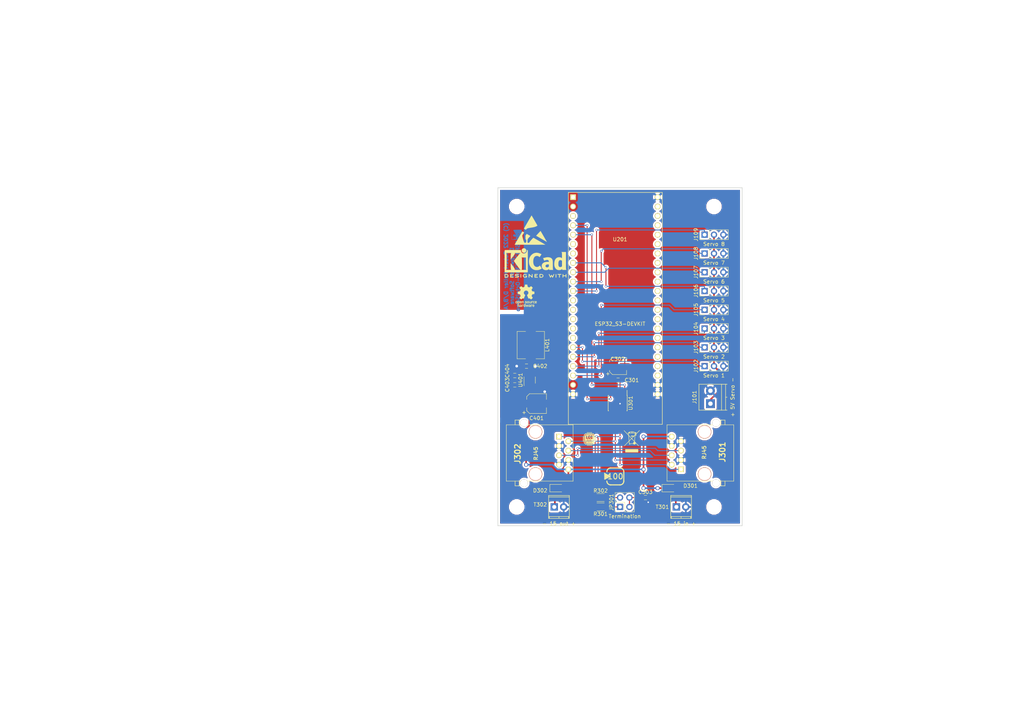
<source format=kicad_pcb>
(kicad_pcb (version 4) (host pcbnew 4.0.7+dfsg1-1ubuntu2)
  (layers (0 F.Cu signal) (31 B.Cu signal) (34 B.Paste user) (35 F.Paste user) (36 B.SilkS user) (37 F.SilkS user) (38 B.Mask user) (39 F.Mask user) (44 Edge.Cuts user))
  (net 0 "")
  (net 1 GND)
  (net 2 +3V3)
  (net 3 "Net-(C303-Pad1)")
  (net 4 "CAN +12V")
  (net 5 "Net-(D301-Pad2)")
  (net 6 "Net-(D302-Pad1)")
  (net 7 "/CAN Transciver/CANH")
  (net 8 "/CAN Transciver/CANL")
  (net 9 "Net-(J301-Pad4)")
  (net 10 "Net-(J301-Pad5)")
  (net 11 "Net-(JP301-Pad1)")
  (net 12 "Net-(JP301-Pad2)")
  (net 13 +5V)
  (net 14 "/CAN Transciver/CAN_TX")
  (net 15 "/CAN Transciver/CAN_RX")
  (net 16 "Net-(U301-Pad5)")
  (net 17 "Net-(U301-Pad8)")
  (net 18 "Net-(J101-Pad1)")
  (net 19 /MCU/Servo0)
  (net 20 /MCU/Servo1)
  (net 21 /MCU/Servo2)
  (net 22 /MCU/Servo3)
  (net 23 /MCU/Servo4)
  (net 24 /MCU/Servo5)
  (net 25 /MCU/Servo6)
  (net 26 /MCU/Servo7)
  (net 27 "Net-(C402-Pad2)")
  (net 28 "Net-(C402-Pad1)")
  (net 29 "Net-(U201-Pad3)")
  (net 30 "Net-(U201-Pad6)")
  (net 31 "Net-(U201-Pad7)")
  (net 32 "Net-(U201-Pad12)")
  (net 33 "Net-(U201-Pad13)")
  (net 34 "Net-(U201-Pad14)")
  (net 35 "Net-(U201-Pad15)")
  (net 36 "Net-(U201-Pad16)")
  (net 37 "Net-(U201-Pad25)")
  (net 38 "Net-(U201-Pad26)")
  (net 39 "Net-(U201-Pad27)")
  (net 40 "Net-(U201-Pad28)")
  (net 41 "Net-(U201-Pad29)")
  (net 42 "Net-(U201-Pad30)")
  (net 43 "Net-(U201-Pad31)")
  (net 44 "Net-(U201-Pad32)")
  (net 45 "Net-(U201-Pad33)")
  (net 46 "Net-(U201-Pad34)")
  (net 47 "Net-(U201-Pad35)")
  (net 48 "Net-(U201-Pad36)")
  (net 49 "Net-(U201-Pad37)")
  (net 50 "Net-(U201-Pad38)")
  (net 51 "Net-(U201-Pad39)")
  (net 52 "Net-(U201-Pad40)")
  (net 53 "Net-(U201-Pad41)")
  (net 54 "Net-(U201-Pad42)")
  (net 55 "Net-(U201-Pad43)")
  (module ESP32-Boards:ESP32-S3-Devkit-C (layer F.Cu) (at 177.8 86.36)
    (fp_text reference U201 (at 0 -11.43) (layer F.SilkS))
    (fp_text value ESP32_S3-DEVKIT (at 0 11.43) (layer F.SilkS))
    (pad 1 thru_hole rect (at -12.7 -22.86) (size 1.524 1.524) (drill 1.016) (layers *.Cu *.Mask F.SilkS) (net 2 +3V3))
    (pad 2 thru_hole circle (at -12.7 -20.32) (size 1.524 1.524) (drill 1.016) (layers *.Cu *.Mask F.SilkS) (net 2 +3V3))
    (pad 3 thru_hole circle (at -12.7 -17.78) (size 1.524 1.524) (drill 1.016) (layers *.Cu *.Mask F.SilkS) (net 29 "Net-(U201-Pad3)"))
    (pad 4 thru_hole circle (at -12.7 -15.24) (size 1.524 1.524) (drill 1.016) (layers *.Cu *.Mask F.SilkS) (net 15 "/CAN Transciver/CAN_RX"))
    (pad 5 thru_hole circle (at -12.7 -12.7) (size 1.524 1.524) (drill 1.016) (layers *.Cu *.Mask F.SilkS) (net 14 "/CAN Transciver/CAN_TX"))
    (pad 6 thru_hole circle (at -12.7 -10.16) (size 1.524 1.524) (drill 1.016) (layers *.Cu *.Mask F.SilkS) (net 30 "Net-(U201-Pad6)"))
    (pad 7 thru_hole circle (at -12.7 -7.62) (size 1.524 1.524) (drill 1.016) (layers *.Cu *.Mask F.SilkS) (net 31 "Net-(U201-Pad7)"))
    (pad 8 thru_hole circle (at -12.7 -5.08) (size 1.524 1.524) (drill 1.016) (layers *.Cu *.Mask F.SilkS) (net 23 /MCU/Servo4))
    (pad 9 thru_hole circle (at -12.7 -2.54) (size 1.524 1.524) (drill 1.016) (layers *.Cu *.Mask F.SilkS) (net 24 /MCU/Servo5))
    (pad 10 thru_hole circle (at -12.7 0) (size 1.524 1.524) (drill 1.016) (layers *.Cu *.Mask F.SilkS) (net 25 /MCU/Servo6))
    (pad 11 thru_hole circle (at -12.7 2.54) (size 1.524 1.524) (drill 1.016) (layers *.Cu *.Mask F.SilkS) (net 26 /MCU/Servo7))
    (pad 12 thru_hole circle (at -12.7 5.08) (size 1.524 1.524) (drill 1.016) (layers *.Cu *.Mask F.SilkS) (net 32 "Net-(U201-Pad12)"))
    (pad 13 thru_hole circle (at -12.7 7.62) (size 1.524 1.524) (drill 1.016) (layers *.Cu *.Mask F.SilkS) (net 33 "Net-(U201-Pad13)"))
    (pad 14 thru_hole circle (at -12.7 10.16) (size 1.524 1.524) (drill 1.016) (layers *.Cu *.Mask F.SilkS) (net 34 "Net-(U201-Pad14)"))
    (pad 15 thru_hole circle (at -12.7 12.7) (size 1.524 1.524) (drill 1.016) (layers *.Cu *.Mask F.SilkS) (net 35 "Net-(U201-Pad15)"))
    (pad 16 thru_hole circle (at -12.7 15.24) (size 1.524 1.524) (drill 1.016) (layers *.Cu *.Mask F.SilkS) (net 36 "Net-(U201-Pad16)"))
    (pad 17 thru_hole circle (at -12.7 17.78) (size 1.524 1.524) (drill 1.016) (layers *.Cu *.Mask F.SilkS) (net 19 /MCU/Servo0))
    (pad 18 thru_hole circle (at -12.7 20.32) (size 1.524 1.524) (drill 1.016) (layers *.Cu *.Mask F.SilkS) (net 20 /MCU/Servo1))
    (pad 19 thru_hole circle (at -12.7 22.86) (size 1.524 1.524) (drill 1.016) (layers *.Cu *.Mask F.SilkS) (net 21 /MCU/Servo2))
    (pad 20 thru_hole circle (at -12.7 25.4) (size 1.524 1.524) (drill 1.016) (layers *.Cu *.Mask F.SilkS) (net 22 /MCU/Servo3))
    (pad 21 thru_hole circle (at -12.7 27.94) (size 1.524 1.524) (drill 1.016) (layers *.Cu *.Mask F.SilkS) (net 13 +5V))
    (pad 22 thru_hole circle (at -12.7 30.48) (size 1.524 1.524) (drill 1.016) (layers *.Cu *.Mask F.SilkS) (net 1 GND))
    (pad 23 thru_hole circle (at 10.16 30.48) (size 1.524 1.524) (drill 1.016) (layers *.Cu *.Mask F.SilkS) (net 1 GND))
    (pad 24 thru_hole circle (at 10.16 27.94) (size 1.524 1.524) (drill 1.016) (layers *.Cu *.Mask F.SilkS) (net 1 GND))
    (pad 25 thru_hole circle (at 10.16 25.4) (size 1.524 1.524) (drill 1.016) (layers *.Cu *.Mask F.SilkS) (net 37 "Net-(U201-Pad25)"))
    (pad 26 thru_hole circle (at 10.16 22.86) (size 1.524 1.524) (drill 1.016) (layers *.Cu *.Mask F.SilkS) (net 38 "Net-(U201-Pad26)"))
    (pad 27 thru_hole circle (at 10.16 20.32) (size 1.524 1.524) (drill 1.016) (layers *.Cu *.Mask F.SilkS) (net 39 "Net-(U201-Pad27)"))
    (pad 28 thru_hole circle (at 10.16 17.78) (size 1.524 1.524) (drill 1.016) (layers *.Cu *.Mask F.SilkS) (net 40 "Net-(U201-Pad28)"))
    (pad 29 thru_hole circle (at 10.16 15.24) (size 1.524 1.524) (drill 1.016) (layers *.Cu *.Mask F.SilkS) (net 41 "Net-(U201-Pad29)"))
    (pad 30 thru_hole circle (at 10.16 12.7) (size 1.524 1.524) (drill 1.016) (layers *.Cu *.Mask F.SilkS) (net 42 "Net-(U201-Pad30)"))
    (pad 31 thru_hole circle (at 10.16 10.16) (size 1.524 1.524) (drill 1.016) (layers *.Cu *.Mask F.SilkS) (net 43 "Net-(U201-Pad31)"))
    (pad 32 thru_hole circle (at 10.16 7.62) (size 1.524 1.524) (drill 1.016) (layers *.Cu *.Mask F.SilkS) (net 44 "Net-(U201-Pad32)"))
    (pad 33 thru_hole circle (at 10.16 5.08) (size 1.524 1.524) (drill 1.016) (layers *.Cu *.Mask F.SilkS) (net 45 "Net-(U201-Pad33)"))
    (pad 34 thru_hole circle (at 10.16 2.54) (size 1.524 1.524) (drill 1.016) (layers *.Cu *.Mask F.SilkS) (net 46 "Net-(U201-Pad34)"))
    (pad 35 thru_hole circle (at 10.16 0) (size 1.524 1.524) (drill 1.016) (layers *.Cu *.Mask F.SilkS) (net 47 "Net-(U201-Pad35)"))
    (pad 36 thru_hole circle (at 10.16 -2.54) (size 1.524 1.524) (drill 1.016) (layers *.Cu *.Mask F.SilkS) (net 48 "Net-(U201-Pad36)"))
    (pad 37 thru_hole circle (at 10.16 -5.08) (size 1.524 1.524) (drill 1.016) (layers *.Cu *.Mask F.SilkS) (net 49 "Net-(U201-Pad37)"))
    (pad 38 thru_hole circle (at 10.16 -7.62) (size 1.524 1.524) (drill 1.016) (layers *.Cu *.Mask F.SilkS) (net 50 "Net-(U201-Pad38)"))
    (pad 39 thru_hole circle (at 10.16 -10.16) (size 1.524 1.524) (drill 1.016) (layers *.Cu *.Mask F.SilkS) (net 51 "Net-(U201-Pad39)"))
    (pad 40 thru_hole circle (at 10.16 -12.7) (size 1.524 1.524) (drill 1.016) (layers *.Cu *.Mask F.SilkS) (net 52 "Net-(U201-Pad40)"))
    (pad 41 thru_hole circle (at 10.16 -15.24) (size 1.524 1.524) (drill 1.016) (layers *.Cu *.Mask F.SilkS) (net 53 "Net-(U201-Pad41)"))
    (pad 42 thru_hole circle (at 10.16 -17.78) (size 1.524 1.524) (drill 1.016) (layers *.Cu *.Mask F.SilkS) (net 54 "Net-(U201-Pad42)"))
    (pad 43 thru_hole circle (at 10.16 -20.32) (size 1.524 1.524) (drill 1.016) (layers *.Cu *.Mask F.SilkS) (net 55 "Net-(U201-Pad43)"))
    (pad 44 thru_hole circle (at 10.16 -22.86) (size 1.524 1.524) (drill 1.016) (layers *.Cu *.Mask F.SilkS) (net 1 GND))
  )
  (module Inductors_SMD:L_7.3x7.3_H4.5 (layer F.Cu) (at 153.67 103.53 270)
    (fp_text reference L401 (at 0 -4.45 270) (layer F.SilkS))
    (fp_text value 4.7uH)
    (pad 1 smd rect (at -3.2 0 270) (size 1.5 2.2) (layers F.Cu F.Paste F.Mask) (net 13 +5V))
    (pad 2 smd rect (at 3.2 0 270) (size 1.5 2.2) (layers F.Cu F.Paste F.Mask) (net 27 "Net-(C402-Pad2)"))
  )
  (module Capacitors_SMD:C_0603 (layer F.Cu) (at 177.28 113.03)
    (fp_text reference C301 (at 3.695 0) (layer F.SilkS))
    (fp_text value ".1 uf")
    (pad 2 smd rect (at 0.75 0) (size 0.8 0.75) (layers F.Cu F.Paste F.Mask) (net 1 GND))
    (pad 1 smd rect (at -0.75 0) (size 0.8 0.75) (layers F.Cu F.Paste F.Mask) (net 2 +3V3))
  )
  (module Capacitors_SMD:CP_Elec_4x5.7 (layer F.Cu) (at 177.27 109.22)
    (fp_text reference C302 (at -0.105 -1.905) (layer F.SilkS))
    (fp_text value "15 uf 15V")
    (fp_text user + (at -2.77 2.01) (layer F.SilkS))
    (pad 1 smd rect (at -1.8 0 180) (size 2.6 1.6) (layers F.Cu F.Paste F.Mask) (net 2 +3V3))
    (pad 2 smd rect (at 1.8 0 180) (size 2.6 1.6) (layers F.Cu F.Paste F.Mask) (net 1 GND))
  )
  (module Capacitors_SMD:C_0603 (layer F.Cu) (at 184.67 144.78)
    (fp_text reference C303 (at 0 -1.5) (layer F.SilkS))
    (fp_text value "47 nf")
    (pad 2 smd rect (at 0.75 0) (size 0.8 0.75) (layers F.Cu F.Paste F.Mask) (net 1 GND))
    (pad 1 smd rect (at -0.75 0) (size 0.8 0.75) (layers F.Cu F.Paste F.Mask) (net 3 "Net-(C303-Pad1)"))
  )
  (module Diodes_SMD:D_PowerDI-123 (layer F.Cu) (at 191.35 142.24)
    (fp_text reference D301 (at 5.5 -0.635) (layer F.SilkS))
    (fp_text value DFLS240-7)
    (pad 1 smd rect (at -0.85 0 180) (size 2.4 1.5) (layers F.Cu F.Paste F.Mask) (net 4 "CAN +12V"))
    (pad 2 smd rect (at 1.525 0 180) (size 1.05 1.5) (layers F.Cu F.Paste F.Mask) (net 5 "Net-(D301-Pad2)"))
  )
  (module Diodes_SMD:D_PowerDI-123 (layer F.Cu) (at 161.035 142.24)
    (fp_text reference D302 (at -4.825 0.635) (layer F.SilkS))
    (fp_text value DFLS240-7)
    (pad 1 smd rect (at -0.85 0 180) (size 2.4 1.5) (layers F.Cu F.Paste F.Mask) (net 6 "Net-(D302-Pad1)"))
    (pad 2 smd rect (at 1.525 0 180) (size 1.05 1.5) (layers F.Cu F.Paste F.Mask) (net 4 "CAN +12V"))
  )
  (module RJ45-8N-S:RJ45_8N-S (layer F.Cu) (at 200.66 132.715 90)
    (fp_text reference J301 (at 0.254 4.826 90) (layer F.SilkS) (effects (font (thickness 0.3048))))
    (fp_text value RJ45 (at 0.14224 -0.1016 90) (layer F.SilkS) (effects (font (size 1.00076 1.00076) (thickness 0.2032))))
    (pad "" np_thru_hole circle (at 5.715 0 90) (size 3.64998 3.64998) (drill 3.2512) (layers *.Cu *.SilkS *.Mask))
    (pad "" np_thru_hole circle (at -5.715 0 90) (size 3.64998 3.64998) (drill 3.2512) (layers *.Cu *.SilkS *.Mask))
    (pad 1 thru_hole rect (at -4.445 -6.35 90) (size 1.50114 1.50114) (drill 0.89916) (layers *.Cu *.Mask F.SilkS) (net 7 "/CAN Transciver/CANH"))
    (pad 2 thru_hole circle (at -3.175 -8.89 90) (size 1.50114 1.50114) (drill 0.89916) (layers *.Cu *.Mask F.SilkS) (net 8 "/CAN Transciver/CANL"))
    (pad 3 thru_hole circle (at -1.905 -6.35 90) (size 1.50114 1.50114) (drill 0.89916) (layers *.Cu *.Mask F.SilkS) (net 1 GND))
    (pad 4 thru_hole circle (at -0.635 -8.89 90) (size 1.50114 1.50114) (drill 0.89916) (layers *.Cu *.Mask F.SilkS) (net 9 "Net-(J301-Pad4)"))
    (pad 5 thru_hole circle (at 0.635 -6.35 90) (size 1.50114 1.50114) (drill 0.89916) (layers *.Cu *.Mask F.SilkS) (net 10 "Net-(J301-Pad5)"))
    (pad 6 thru_hole circle (at 1.905 -8.89 90) (size 1.50114 1.50114) (drill 0.89916) (layers *.Cu *.Mask F.SilkS) (net 1 GND))
    (pad 7 thru_hole circle (at 3.175 -6.35 90) (size 1.50114 1.50114) (drill 0.89916) (layers *.Cu *.Mask F.SilkS) (net 1 GND))
    (pad 8 thru_hole circle (at 4.445 -8.89 90) (size 1.50114 1.50114) (drill 0.89916) (layers *.Cu *.Mask F.SilkS) (net 4 "CAN +12V"))
    (pad "" thru_hole circle (at -8.128 3.048 90) (size 1.9304 1.9304) (drill 1.9304) (layers *.Cu *.Mask F.SilkS))
    (pad "" thru_hole circle (at 8.128 3.048 90) (size 1.9304 1.9304) (drill 1.9304) (layers *.Cu *.Mask F.SilkS))
  )
  (module RJ45-8N-S:RJ45_8N-S (layer F.Cu) (at 154.94 132.715 270)
    (fp_text reference J302 (at 0.254 4.826 270) (layer F.SilkS) (effects (font (thickness 0.3048))))
    (fp_text value RJ45 (at 0.14224 -0.1016 270) (layer F.SilkS) (effects (font (size 1.00076 1.00076) (thickness 0.2032))))
    (pad "" np_thru_hole circle (at 5.715 0 270) (size 3.64998 3.64998) (drill 3.2512) (layers *.Cu *.SilkS *.Mask))
    (pad "" np_thru_hole circle (at -5.715 0 270) (size 3.64998 3.64998) (drill 3.2512) (layers *.Cu *.SilkS *.Mask))
    (pad 1 thru_hole rect (at -4.445 -6.35 270) (size 1.50114 1.50114) (drill 0.89916) (layers *.Cu *.Mask F.SilkS) (net 7 "/CAN Transciver/CANH"))
    (pad 2 thru_hole circle (at -3.175 -8.89 270) (size 1.50114 1.50114) (drill 0.89916) (layers *.Cu *.Mask F.SilkS) (net 8 "/CAN Transciver/CANL"))
    (pad 3 thru_hole circle (at -1.905 -6.35 270) (size 1.50114 1.50114) (drill 0.89916) (layers *.Cu *.Mask F.SilkS) (net 1 GND))
    (pad 4 thru_hole circle (at -0.635 -8.89 270) (size 1.50114 1.50114) (drill 0.89916) (layers *.Cu *.Mask F.SilkS) (net 9 "Net-(J301-Pad4)"))
    (pad 5 thru_hole circle (at 0.635 -6.35 270) (size 1.50114 1.50114) (drill 0.89916) (layers *.Cu *.Mask F.SilkS) (net 10 "Net-(J301-Pad5)"))
    (pad 6 thru_hole circle (at 1.905 -8.89 270) (size 1.50114 1.50114) (drill 0.89916) (layers *.Cu *.Mask F.SilkS) (net 1 GND))
    (pad 7 thru_hole circle (at 3.175 -6.35 270) (size 1.50114 1.50114) (drill 0.89916) (layers *.Cu *.Mask F.SilkS) (net 1 GND))
    (pad 8 thru_hole circle (at 4.445 -8.89 270) (size 1.50114 1.50114) (drill 0.89916) (layers *.Cu *.Mask F.SilkS) (net 4 "CAN +12V"))
    (pad "" thru_hole circle (at -8.128 3.048 270) (size 1.9304 1.9304) (drill 1.9304) (layers *.Cu *.Mask F.SilkS))
    (pad "" thru_hole circle (at 8.128 3.048 270) (size 1.9304 1.9304) (drill 1.9304) (layers *.Cu *.Mask F.SilkS))
  )
  (module Pin_Headers:Pin_Header_Straight_2x02_Pitch2.54mm (layer F.Cu) (at 177.8 147.32 90)
    (fp_text reference JP301 (at 1.27 -2.33 90) (layer F.SilkS))
    (fp_text value Termination (at -2.54 1.27 180) (layer F.SilkS))
    (pad 1 thru_hole rect (at 0 0 90) (size 1.7 1.7) (drill 1) (layers *.Cu *.Mask) (net 11 "Net-(JP301-Pad1)"))
    (pad 2 thru_hole oval (at 2.54 0 90) (size 1.7 1.7) (drill 1) (layers *.Cu *.Mask) (net 12 "Net-(JP301-Pad2)"))
    (pad 3 thru_hole oval (at 0 2.54 90) (size 1.7 1.7) (drill 1) (layers *.Cu *.Mask) (net 3 "Net-(C303-Pad1)"))
    (pad 4 thru_hole oval (at 2.54 2.54 90) (size 1.7 1.7) (drill 1) (layers *.Cu *.Mask) (net 3 "Net-(C303-Pad1)"))
  )
  (module Resistors_SMD:R_1206 (layer F.Cu) (at 172.54 147.32)
    (fp_text reference R301 (at 0 1.905) (layer F.SilkS))
    (fp_text value "60 Ohms")
    (pad 1 smd rect (at -1.45 0) (size 0.9 1.7) (layers F.Cu F.Paste F.Mask) (net 7 "/CAN Transciver/CANH"))
    (pad 2 smd rect (at 1.45 0) (size 0.9 1.7) (layers F.Cu F.Paste F.Mask) (net 11 "Net-(JP301-Pad1)"))
  )
  (module Resistors_SMD:R_1206 (layer F.Cu) (at 172.54 144.78)
    (fp_text reference R302 (at 0 -1.85) (layer F.SilkS))
    (fp_text value "60 Ohms")
    (pad 1 smd rect (at -1.45 0) (size 0.9 1.7) (layers F.Cu F.Paste F.Mask) (net 8 "/CAN Transciver/CANL"))
    (pad 2 smd rect (at 1.45 0) (size 0.9 1.7) (layers F.Cu F.Paste F.Mask) (net 12 "Net-(JP301-Pad2)"))
  )
  (module Connectors_Terminal_Blocks:TerminalBlock_Pheonix_MPT-2.54mm_2pol (layer F.Cu) (at 193.04 147.32)
    (fp_text reference T301 (at -3.81 0) (layer F.SilkS))
    (fp_text value "- 15 in +" (at 1.27 4.50088) (layer F.SilkS))
    (pad 2 thru_hole oval (at 2.54 0) (size 1.99898 1.99898) (drill 1.09728) (layers *.Cu *.Mask) (net 1 GND))
    (pad 1 thru_hole rect (at 0 0) (size 1.99898 1.99898) (drill 1.09728) (layers *.Cu *.Mask) (net 5 "Net-(D301-Pad2)"))
  )
  (module Connectors_Terminal_Blocks:TerminalBlock_Pheonix_MPT-2.54mm_2pol (layer F.Cu) (at 160.02 147.32)
    (fp_text reference T302 (at -3.81 -0.635) (layer F.SilkS))
    (fp_text value "- 15 out +" (at 1.27 4.50088) (layer F.SilkS))
    (pad 2 thru_hole oval (at 2.54 0) (size 1.99898 1.99898) (drill 1.09728) (layers *.Cu *.Mask) (net 1 GND))
    (pad 1 thru_hole rect (at 0 0) (size 1.99898 1.99898) (drill 1.09728) (layers *.Cu *.Mask) (net 6 "Net-(D302-Pad1)"))
  )
  (module Housings_SOIC:SOIC-8_3.9x4.9mm_Pitch1.27mm (layer F.Cu) (at 177.165 119.22 270)
    (fp_text reference U301 (at 0 -3.5 270) (layer F.SilkS))
    (fp_text value TCAN332DR)
    (pad 1 smd rect (at -2.7 -1.905 270) (size 1.55 0.6) (layers F.Cu F.Paste F.Mask) (net 14 "/CAN Transciver/CAN_TX"))
    (pad 2 smd rect (at -2.7 -0.635 270) (size 1.55 0.6) (layers F.Cu F.Paste F.Mask) (net 1 GND))
    (pad 3 smd rect (at -2.7 0.635 270) (size 1.55 0.6) (layers F.Cu F.Paste F.Mask) (net 2 +3V3))
    (pad 4 smd rect (at -2.7 1.905 270) (size 1.55 0.6) (layers F.Cu F.Paste F.Mask) (net 15 "/CAN Transciver/CAN_RX"))
    (pad 5 smd rect (at 2.7 1.905 270) (size 1.55 0.6) (layers F.Cu F.Paste F.Mask) (net 16 "Net-(U301-Pad5)"))
    (pad 6 smd rect (at 2.7 0.635 270) (size 1.55 0.6) (layers F.Cu F.Paste F.Mask) (net 8 "/CAN Transciver/CANL"))
    (pad 7 smd rect (at 2.7 -0.635 270) (size 1.55 0.6) (layers F.Cu F.Paste F.Mask) (net 7 "/CAN Transciver/CANH"))
    (pad 8 smd rect (at 2.7 -1.905 270) (size 1.55 0.6) (layers F.Cu F.Paste F.Mask) (net 17 "Net-(U301-Pad8)"))
  )
  (module Connectors_Terminal_Blocks:TerminalBlock_Pheonix_PT-3.5mm_2pol (layer F.Cu) (at 202.24 119.38 90)
    (fp_text reference J101 (at 1.75 -4.3 90) (layer F.SilkS))
    (fp_text value "+ 5V Servo -" (at 1.75 6 90) (layer F.SilkS))
    (pad 2 thru_hole circle (at 3.5 0 90) (size 2.4 2.4) (drill 1.2) (layers *.Cu *.Mask) (net 1 GND))
    (pad 1 thru_hole rect (at 0 0 90) (size 2.4 2.4) (drill 1.2) (layers *.Cu *.Mask) (net 18 "Net-(J101-Pad1)"))
  )
  (module Pin_Headers:Pin_Header_Straight_1x03_Pitch2.54mm (layer F.Cu) (at 200.66 109.22 90)
    (fp_text reference J102 (at 0 -2.33 90) (layer F.SilkS))
    (fp_text value "Servo 1" (at -2.54 2.54 180) (layer F.SilkS))
    (pad 1 thru_hole rect (at 0 0 90) (size 1.7 1.7) (drill 1) (layers *.Cu *.Mask) (net 19 /MCU/Servo0))
    (pad 2 thru_hole oval (at 0 2.54 90) (size 1.7 1.7) (drill 1) (layers *.Cu *.Mask) (net 18 "Net-(J101-Pad1)"))
    (pad 3 thru_hole oval (at 0 5.08 90) (size 1.7 1.7) (drill 1) (layers *.Cu *.Mask) (net 1 GND))
  )
  (module Pin_Headers:Pin_Header_Straight_1x03_Pitch2.54mm (layer F.Cu) (at 200.66 104.14 90)
    (fp_text reference J103 (at 0 -2.33 90) (layer F.SilkS))
    (fp_text value "Servo 2" (at -2.54 2.54 180) (layer F.SilkS))
    (pad 1 thru_hole rect (at 0 0 90) (size 1.7 1.7) (drill 1) (layers *.Cu *.Mask) (net 20 /MCU/Servo1))
    (pad 2 thru_hole oval (at 0 2.54 90) (size 1.7 1.7) (drill 1) (layers *.Cu *.Mask) (net 18 "Net-(J101-Pad1)"))
    (pad 3 thru_hole oval (at 0 5.08 90) (size 1.7 1.7) (drill 1) (layers *.Cu *.Mask) (net 1 GND))
  )
  (module Pin_Headers:Pin_Header_Straight_1x03_Pitch2.54mm (layer F.Cu) (at 200.66 99.06 90)
    (fp_text reference J104 (at 0 -2.33 90) (layer F.SilkS))
    (fp_text value "Servo 3" (at -2.54 2.54 180) (layer F.SilkS))
    (pad 1 thru_hole rect (at 0 0 90) (size 1.7 1.7) (drill 1) (layers *.Cu *.Mask) (net 21 /MCU/Servo2))
    (pad 2 thru_hole oval (at 0 2.54 90) (size 1.7 1.7) (drill 1) (layers *.Cu *.Mask) (net 18 "Net-(J101-Pad1)"))
    (pad 3 thru_hole oval (at 0 5.08 90) (size 1.7 1.7) (drill 1) (layers *.Cu *.Mask) (net 1 GND))
  )
  (module Pin_Headers:Pin_Header_Straight_1x03_Pitch2.54mm (layer F.Cu) (at 200.66 93.98 90)
    (fp_text reference J105 (at 0 -2.33 90) (layer F.SilkS))
    (fp_text value "Servo 4" (at -2.54 2.54 180) (layer F.SilkS))
    (pad 1 thru_hole rect (at 0 0 90) (size 1.7 1.7) (drill 1) (layers *.Cu *.Mask) (net 22 /MCU/Servo3))
    (pad 2 thru_hole oval (at 0 2.54 90) (size 1.7 1.7) (drill 1) (layers *.Cu *.Mask) (net 18 "Net-(J101-Pad1)"))
    (pad 3 thru_hole oval (at 0 5.08 90) (size 1.7 1.7) (drill 1) (layers *.Cu *.Mask) (net 1 GND))
  )
  (module Pin_Headers:Pin_Header_Straight_1x03_Pitch2.54mm (layer F.Cu) (at 200.66 88.9 90)
    (fp_text reference J106 (at 0 -2.33 90) (layer F.SilkS))
    (fp_text value "Servo 5" (at -2.54 2.54 180) (layer F.SilkS))
    (pad 1 thru_hole rect (at 0 0 90) (size 1.7 1.7) (drill 1) (layers *.Cu *.Mask) (net 23 /MCU/Servo4))
    (pad 2 thru_hole oval (at 0 2.54 90) (size 1.7 1.7) (drill 1) (layers *.Cu *.Mask) (net 18 "Net-(J101-Pad1)"))
    (pad 3 thru_hole oval (at 0 5.08 90) (size 1.7 1.7) (drill 1) (layers *.Cu *.Mask) (net 1 GND))
  )
  (module Pin_Headers:Pin_Header_Straight_1x03_Pitch2.54mm (layer F.Cu) (at 200.66 83.82 90)
    (fp_text reference J107 (at 0 -2.33 90) (layer F.SilkS))
    (fp_text value "Servo 6" (at -2.54 2.54 180) (layer F.SilkS))
    (pad 1 thru_hole rect (at 0 0 90) (size 1.7 1.7) (drill 1) (layers *.Cu *.Mask) (net 24 /MCU/Servo5))
    (pad 2 thru_hole oval (at 0 2.54 90) (size 1.7 1.7) (drill 1) (layers *.Cu *.Mask) (net 18 "Net-(J101-Pad1)"))
    (pad 3 thru_hole oval (at 0 5.08 90) (size 1.7 1.7) (drill 1) (layers *.Cu *.Mask) (net 1 GND))
  )
  (module Pin_Headers:Pin_Header_Straight_1x03_Pitch2.54mm (layer F.Cu) (at 200.66 78.74 90)
    (fp_text reference J108 (at 0 -2.33 90) (layer F.SilkS))
    (fp_text value "Servo 7" (at -2.54 2.54 180) (layer F.SilkS))
    (pad 1 thru_hole rect (at 0 0 90) (size 1.7 1.7) (drill 1) (layers *.Cu *.Mask) (net 25 /MCU/Servo6))
    (pad 2 thru_hole oval (at 0 2.54 90) (size 1.7 1.7) (drill 1) (layers *.Cu *.Mask) (net 18 "Net-(J101-Pad1)"))
    (pad 3 thru_hole oval (at 0 5.08 90) (size 1.7 1.7) (drill 1) (layers *.Cu *.Mask) (net 1 GND))
  )
  (module Pin_Headers:Pin_Header_Straight_1x03_Pitch2.54mm (layer F.Cu) (at 200.66 73.66 90)
    (fp_text reference J109 (at 0 -2.33 90) (layer F.SilkS))
    (fp_text value "Servo 8" (at -2.54 2.54 180) (layer F.SilkS))
    (pad 1 thru_hole rect (at 0 0 90) (size 1.7 1.7) (drill 1) (layers *.Cu *.Mask) (net 26 /MCU/Servo7))
    (pad 2 thru_hole oval (at 0 2.54 90) (size 1.7 1.7) (drill 1) (layers *.Cu *.Mask) (net 18 "Net-(J101-Pad1)"))
    (pad 3 thru_hole oval (at 0 5.08 90) (size 1.7 1.7) (drill 1) (layers *.Cu *.Mask) (net 1 GND))
  )
  (module Mounting_Holes:MountingHole_3.2mm_M3 (layer F.Cu) (at 203.2 66.04)
    (fp_text reference REF** hide)
    (fp_text value MountingHole_3.2mm_M3 hide)
    (pad 1 np_thru_hole circle (at 0 0) (size 3.2 3.2) (drill 3.2) (layers *.Cu *.Mask))
  )
  (module Mounting_Holes:MountingHole_3.2mm_M3 (layer F.Cu) (at 203.2 147.32)
    (fp_text reference REF** hide)
    (fp_text value MountingHole_3.2mm_M3 hide)
    (pad 1 np_thru_hole circle (at 0 0) (size 3.2 3.2) (drill 3.2) (layers *.Cu *.Mask))
  )
  (module Mounting_Holes:MountingHole_3.2mm_M3 (layer F.Cu) (at 149.86 147.32)
    (fp_text reference REF** hide)
    (fp_text value MountingHole_3.2mm_M3 hide)
    (pad 1 np_thru_hole circle (at 0 0) (size 3.2 3.2) (drill 3.2) (layers *.Cu *.Mask))
  )
  (module Mounting_Holes:MountingHole_3.2mm_M3 (layer F.Cu) (at 149.86 66.04)
    (fp_text reference REF** hide)
    (fp_text value MountingHole_3.2mm_M3 hide)
    (pad 1 np_thru_hole circle (at 0 0) (size 3.2 3.2) (drill 3.2) (layers *.Cu *.Mask))
  )
  (module DWSLogoBCU:DWSLogoBCU (layer F.Cu) (at 149.86 73.66 90)
    (fp_text reference "" (at 0 0 90) (layer F.SilkS))
    (fp_text value "" (at 0 0 90) (layer F.SilkS))
    (fp_poly (pts (xy 1.397 -1.31826) (xy 0.0635 -1.29286) (xy -1.27 -1.26492) (xy -1.27 -1.01854) (xy -1.2192 -0.79502) (xy -1.12268 -0.6858) (xy -1.04648 -0.61722) (xy -1.0795 -0.5969) (xy -1.16586 -0.52324) (xy -1.18618 -0.42418) (xy -1.15824 -0.28956) (xy -1.12268 -0.26416) (xy -0.9779 -0.26416) (xy -0.97028 -0.20828) (xy -1.016 -0.17018) (xy -1.06934 -0.11176) (xy -0.9779 -0.0889) (xy -0.889 -0.0889) (xy -0.72898 -0.09906) (xy -0.7239 -0.1397) (xy -0.762 -0.17018) (xy -0.83312 -0.23368) (xy -0.75184 -0.254) (xy -0.71882 -0.254) (xy -0.51054 -0.30226) (xy -0.42418 -0.34798) (xy -0.34544 -0.41402) (xy -0.41148 -0.40386) (xy -0.43688 -0.3937) (xy -0.58166 -0.41656) (xy -0.62738 -0.47752) (xy -0.6731 -0.62738) (xy -0.635 -0.67564) (xy -0.58928 -0.67818) (xy -0.54102 -0.62484) (xy -0.5588 -0.57912) (xy -0.56896 -0.5207) (xy -0.52832 -0.53848) (xy -0.47244 -0.65532) (xy -0.48006 -0.75184) (xy -0.4572 -0.90424) (xy -0.30988 -0.9779) (xy -0.09144 -0.95758) (xy 0.04572 -0.86614) (xy 0.0635 -0.77216) (xy 0.09652 -0.66802) (xy 0.15494 -0.65786) (xy 0.22352 -0.63246) (xy 0.21336 -0.59436) (xy 0.0889 -0.51562) (xy 0.0381 -0.508) (xy -0.07366 -0.46482) (xy -0.05588 -0.37338) (xy 0.04318 -0.30734) (xy 0.19304 -0.32512) (xy 0.3429 -0.42926) (xy 0.49276 -0.53594) (xy 0.5969 -0.54864) (xy 0.69088 -0.56896) (xy 0.72898 -0.62992) (xy 0.80772 -0.71882) (xy 0.85598 -0.71374) (xy 0.94488 -0.7366) (xy 0.98298 -0.8001) (xy 1.08966 -0.91694) (xy 1.22428 -0.90678) (xy 1.2954 -0.81788) (xy 1.31318 -0.69088) (xy 1.32842 -0.43434) (xy 1.34112 -0.08382) (xy 1.34874 0.32512) (xy 1.35636 1.35382) (xy 0.84582 1.35382) (xy 0.84582 -0.21082) (xy 0.80518 -0.254) (xy 0.762 -0.21082) (xy 0.80518 -0.17018) (xy 0.84582 -0.21082) (xy 0.84582 1.35382) (xy 0.508 1.35382) (xy 0.508 -0.127) (xy 0.508 -0.381) (xy 0.46482 -0.42418) (xy 0.42418 -0.381) (xy 0.46482 -0.33782) (xy 0.508 -0.381) (xy 0.508 -0.127) (xy 0.46482 -0.17018) (xy 0.42418 -0.127) (xy 0.46482 -0.08382) (xy 0.508 -0.127) (xy 0.508 1.35382) (xy 0.33782 1.35382) (xy 0.33782 0.46482) (xy 0.2921 0.35306) (xy 0.254 0.33782) (xy 0.1778 0.4064) (xy 0.17018 0.46482) (xy 0.21336 0.57912) (xy 0.254 0.59182) (xy 0.32766 0.52324) (xy 0.33782 0.46482) (xy 0.33782 1.35382) (xy 0.32258 1.35382) (xy 0.32258 1.06934) (xy 0.30988 1.04394) (xy 0.20828 1.03378) (xy 0.19812 1.04394) (xy 0.20828 1.09474) (xy 0.254 1.09982) (xy 0.32258 1.06934) (xy 0.32258 1.35382) (xy 0.14986 1.35382) (xy 0.14986 -0.12954) (xy 0.1397 -0.14224) (xy 0.09144 -0.12954) (xy 0.08382 -0.08382) (xy 0.1143 -0.01524) (xy 0.1397 -0.02794) (xy 0.14986 -0.12954) (xy 0.14986 1.35382) (xy 0.06858 1.35382) (xy 0.06858 0.30734) (xy 0.05588 0.28194) (xy -0.04572 0.27178) (xy -0.05588 0.28194) (xy -0.04572 0.33274) (xy 0 0.33782) (xy 0.06858 0.30734) (xy 0.06858 1.35382) (xy 0 1.35382) (xy 0 1.05918) (xy -0.04318 1.016) (xy -0.08382 1.05918) (xy -0.04318 1.09982) (xy 0 1.05918) (xy 0 1.35382) (xy -0.17018 1.35382) (xy -0.17018 -0.29718) (xy -0.21082 -0.33782) (xy -0.254 -0.29718) (xy -0.21082 -0.254) (xy -0.17018 -0.29718) (xy -0.17018 1.35382) (xy -0.18796 1.35382) (xy -0.18796 -0.04572) (xy -0.19812 -0.05588) (xy -0.24892 -0.04572) (xy -0.254 0) (xy -0.22352 0.06858) (xy -0.19812 0.05588) (xy -0.18796 -0.04572) (xy -0.18796 1.35382) (xy -0.37846 1.35382) (xy -0.37846 -0.1524) (xy -0.4699 -0.14478) (xy -0.53086 -0.09652) (xy -0.5842 -0.0254) (xy -0.50038 -0.04318) (xy -0.4826 -0.04826) (xy -0.381 -0.1143) (xy -0.37846 -0.1524) (xy -0.37846 1.35382) (xy -0.6985 1.35382) (xy -0.6985 0.4953) (xy -0.70612 0.44958) (xy -0.75946 0.38354) (xy -0.81534 0.23368) (xy -0.8001 0.16002) (xy -0.78486 0.09652) (xy -0.83312 0.11938) (xy -0.92456 0.24638) (xy -0.89916 0.39116) (xy -0.8255 0.45212) (xy -0.6985 0.4953) (xy -0.6985 1.35382) (xy -0.84582 1.35382) (xy -0.84582 0.59436) (xy -0.90932 0.54864) (xy -0.97282 0.56134) (xy -1.08458 0.6223) (xy -1.09982 0.64262) (xy -1.03124 0.6731) (xy -0.97282 0.67818) (xy -0.86106 0.63246) (xy -0.84582 0.59436) (xy -0.84582 1.35382) (xy -0.93218 1.35382) (xy -0.93218 1.05918) (xy -0.97282 1.016) (xy -1.016 1.05918) (xy -1.016 0.889) (xy -1.05918 0.84582) (xy -1.09982 0.889) (xy -1.05918 0.93218) (xy -1.016 0.889) (xy -1.016 1.05918) (xy -0.97282 1.09982) (xy -0.93218 1.05918) (xy -0.93218 1.35382) (xy -1.11506 1.35382) (xy -1.11506 0.22352) (xy -1.1303 0.19812) (xy -1.22936 0.18796) (xy -1.24206 0.19812) (xy -1.22936 0.24638) (xy -1.18618 0.254) (xy -1.11506 0.22352) (xy -1.11506 1.35382) (xy -1.12014 1.35382) (xy -1.12014 0.37846) (xy -1.1303 0.36576) (xy -1.17856 0.37846) (xy -1.18618 0.42418) (xy -1.1557 0.49276) (xy -1.1303 0.48006) (xy -1.12014 0.37846) (xy -1.12014 1.35382) (xy -1.35382 1.35382) (xy -1.35382 0) (xy -1.35382 -1.35382) (xy 0.02032 -1.33604) (xy 1.397 -1.31826) (xy 1.397 -1.31826)) (layer B.Cu) (width 0.00254))
  )
  (module LCC_LOGO:LCC_LOGO_4.5x4.5 (layer F.Cu) (at 169.545 128.905)
    (fp_text reference G*** hide)
    (fp_text value LCC hide)
  )
  (module Symbols:ESD-Logo_8.9x8mm_SilkScreen (layer F.Cu) (at 153.67 72.39)
    (fp_text reference REF*** hide)
    (fp_text value ESD-Logo_8.9x8mm_SilkScreen hide)
  )
  (module Symbols:KiCad-Logo2_8mm_SilkScreen (layer F.Cu) (at 154.94 81.28)
    (fp_text reference REF*** hide)
    (fp_text value KiCad-Logo2_8mm_SilkScreen hide)
  )
  (module Symbols:OSHW-Logo_5.7x6mm_SilkScreen (layer F.Cu) (at 152.4 90.17)
    (fp_text reference REF*** hide)
    (fp_text value OSHW-Logo_5.7x6mm_SilkScreen hide)
  )
  (module Symbols:WEEE-Logo_4.2x6mm_SilkScreen (layer F.Cu) (at 180.975 129.54)
    (fp_text reference REF*** hide)
    (fp_text value WEEE-Logo_4.2x6mm_SilkScreen hide)
  )
  (module PowerLabels:PowerLabel-100 (layer F.Cu) (at 176.53 139.065)
    (fp_text reference REF** hide)
    (fp_text value PowerLabel-100 hide)
    (fp_text user 100 (at 0 0) (layer F.SilkS) (effects (font (size 1.5 1.5) (thickness 0.225))))
  )
  (module Capacitors_SMD:CP_Elec_5x5.3 (layer F.Cu) (at 155.235 119.38)
    (fp_text reference C401 (at 0 3.92) (layer F.SilkS))
    (fp_text value 10uf)
    (fp_text user + (at -3.38 2.34) (layer F.SilkS))
    (pad 1 smd rect (at -2.2 0 180) (size 3 1.6) (layers F.Cu F.Paste F.Mask) (net 4 "CAN +12V"))
    (pad 2 smd rect (at 2.2 0 180) (size 3 1.6) (layers F.Cu F.Paste F.Mask) (net 1 GND))
  )
  (module Capacitors_SMD:C_0603 (layer F.Cu) (at 152.515 109.22)
    (fp_text reference C402 (at 3.695 0) (layer F.SilkS))
    (fp_text value 100nf)
    (pad 2 smd rect (at 0.75 0) (size 0.8 0.75) (layers F.Cu F.Paste F.Mask) (net 27 "Net-(C402-Pad2)"))
    (pad 1 smd rect (at -0.75 0) (size 0.8 0.75) (layers F.Cu F.Paste F.Mask) (net 28 "Net-(C402-Pad1)"))
  )
  (module Capacitors_SMD:C_0603 (layer F.Cu) (at 149.34 114.3)
    (fp_text reference C403 (at -2.02 0 90) (layer F.SilkS))
    (fp_text value 22uf)
    (pad 2 smd rect (at 0.75 0) (size 0.8 0.75) (layers F.Cu F.Paste F.Mask) (net 1 GND))
    (pad 1 smd rect (at -0.75 0) (size 0.8 0.75) (layers F.Cu F.Paste F.Mask) (net 13 +5V))
  )
  (module Capacitors_SMD:C_0603 (layer F.Cu) (at 149.34 111.76)
    (fp_text reference C404 (at -2.02 -1.27 90) (layer F.SilkS))
    (fp_text value 22uf)
    (pad 2 smd rect (at 0.75 0) (size 0.8 0.75) (layers F.Cu F.Paste F.Mask) (net 1 GND))
    (pad 1 smd rect (at -0.75 0) (size 0.8 0.75) (layers F.Cu F.Paste F.Mask) (net 13 +5V))
  )
  (module TO_SOT_Packages_SMD:TSOT-23-6_MK06A (layer F.Cu) (at 153.35 112.99 90)
    (fp_text reference U401 (at 0 -2.45 90) (layer F.SilkS))
    (fp_text value AP63205)
    (pad 1 smd rect (at -1.31 -0.95 90) (size 1.22 0.65) (layers F.Cu F.Paste F.Mask) (net 13 +5V))
    (pad 2 smd rect (at -1.31 0 90) (size 1.22 0.65) (layers F.Cu F.Paste F.Mask) (net 4 "CAN +12V"))
    (pad 3 smd rect (at -1.31 0.95 90) (size 1.22 0.65) (layers F.Cu F.Paste F.Mask) (net 4 "CAN +12V"))
    (pad 4 smd rect (at 1.31 0.95 90) (size 1.22 0.65) (layers F.Cu F.Paste F.Mask) (net 1 GND))
    (pad 5 smd rect (at 1.31 0 90) (size 1.22 0.65) (layers F.Cu F.Paste F.Mask) (net 27 "Net-(C402-Pad2)"))
    (pad 6 smd rect (at 1.31 -0.95 90) (size 1.22 0.65) (layers F.Cu F.Paste F.Mask) (net 28 "Net-(C402-Pad1)"))
  )
  (gr_text "(C) 2022 Robert Heller D/B/A \n      Deepwoods Software\n      ESP32-S3DK-OctalServo" (at 148.59 82.55 90) (layer B.Cu) (effects (font (size 1 1) (thickness 0.25)) (justify mirror)))
  (gr_line (start 144.78 152.4) (end 210.82 152.4) (layer Edge.Cuts) (width 0.15))
  (gr_line (start 144.78 60.96) (end 144.78 152.4) (layer Edge.Cuts) (width 0.15))
  (gr_line (start 144.78 60.96) (end 210.82 60.96) (layer Edge.Cuts) (width 0.15))
  (gr_line (start 210.82 60.96) (end 210.82 152.4) (layer Edge.Cuts) (width 0.15))
  (segment (start 177.8 116.52) (end 177.8 119.38) (width 0.25) (layer F.Cu) (net 1))
  (via (at 177.8 119.38) (size 0.6) (drill 0.4) (layers F.Cu B.Cu) (net 1))
  (via (at 157.435 116.1357) (size 1.08) (drill 0.72) (layers F.Cu B.Cu) (net 1))
  (segment (start 154.3 111.68) (end 154.3 109.86) (width 0.45) (layer F.Cu) (net 1))
  (segment (start 154.3 109.86) (end 154.94 109.22) (width 0.45) (layer F.Cu) (net 1))
  (via (at 154.94 109.22) (size 1.08) (drill 0.72) (layers F.Cu B.Cu) (net 1))
  (segment (start 150.09 111.76) (end 150.09 109.45) (width 0.45) (layer F.Cu) (net 1))
  (segment (start 150.09 109.45) (end 149.86 109.22) (width 0.45) (layer F.Cu) (net 1))
  (via (at 149.86 109.22) (size 1.08) (drill 0.72) (layers F.Cu B.Cu) (net 1))
  (segment (start 157.435 119.38) (end 157.435 116.1357) (width 0.45) (layer F.Cu) (net 1))
  (segment (start 179.07 109.22) (end 179.07 106.934) (width 0.25) (layer F.Cu) (net 1))
  (via (at 179.07 106.934) (size 0.6) (drill 0.4) (layers F.Cu B.Cu) (net 1))
  (segment (start 178.03 113.03) (end 178.03 110.26) (width 0.25) (layer F.Cu) (net 1))
  (segment (start 178.03 110.26) (end 179.07 109.22) (width 0.25) (layer F.Cu) (net 1))
  (segment (start 177.8 116.52) (end 177.8 113.26) (width 0.25) (layer F.Cu) (net 1))
  (segment (start 177.8 113.26) (end 178.03 113.03) (width 0.25) (layer F.Cu) (net 1))
  (segment (start 185.42 144.78) (end 185.42 146.05) (width 0.25) (layer F.Cu) (net 1))
  (via (at 185.42 146.05) (size 0.6) (drill 0.4) (layers F.Cu B.Cu) (net 1))
  (segment (start 150.09 114.3) (end 150.09 111.76) (width 0.45) (layer F.Cu) (net 1))
  (segment (start 183.92 144.78) (end 180.34 144.78) (width 0.25) (layer F.Cu) (net 3))
  (segment (start 180.34 144.78) (end 180.34 147.32) (width 0.25) (layer F.Cu) (net 3))
  (segment (start 153.35 117.815) (end 153.35 115.57) (width 0.45) (layer F.Cu) (net 4))
  (segment (start 153.35 115.57) (end 153.35 115.36) (width 0.45) (layer F.Cu) (net 4))
  (segment (start 154.3 114.3) (end 154.3 115.36) (width 0.45) (layer F.Cu) (net 4))
  (segment (start 154.3 115.36) (end 154.09 115.57) (width 0.45) (layer F.Cu) (net 4))
  (segment (start 154.09 115.57) (end 153.35 115.57) (width 0.45) (layer F.Cu) (net 4))
  (segment (start 153.035 119.38) (end 153.035 118.13) (width 0.45) (layer F.Cu) (net 4))
  (segment (start 153.035 118.13) (end 153.35 117.815) (width 0.45) (layer F.Cu) (net 4))
  (segment (start 153.35 115.36) (end 153.35 114.3) (width 0.45) (layer F.Cu) (net 4))
  (segment (start 152.4 126.136498) (end 153.282201 125.254297) (width 0.45) (layer F.Cu) (net 4))
  (segment (start 153.282201 125.254297) (end 153.282201 120.877201) (width 0.45) (layer F.Cu) (net 4))
  (segment (start 153.282201 120.877201) (end 153.035 120.63) (width 0.45) (layer F.Cu) (net 4))
  (segment (start 153.035 120.63) (end 153.035 119.38) (width 0.45) (layer F.Cu) (net 4))
  (segment (start 152.4 135.89) (end 159.550154 135.89) (width 0.45) (layer B.Cu) (net 4))
  (segment (start 159.550154 135.89) (end 160.820154 137.16) (width 0.45) (layer B.Cu) (net 4))
  (segment (start 160.820154 137.16) (end 162.768534 137.16) (width 0.45) (layer B.Cu) (net 4))
  (segment (start 162.768534 137.16) (end 163.83 137.16) (width 0.45) (layer B.Cu) (net 4))
  (via (at 152.4 135.89) (size 1.08) (drill 0.72) (layers F.Cu B.Cu) (net 4))
  (segment (start 152.4 126.136498) (end 152.4 135.89) (width 0.45) (layer F.Cu) (net 4))
  (segment (start 163.83 137.16) (end 163.83 141.945) (width 0.45) (layer F.Cu) (net 4))
  (segment (start 163.83 141.945) (end 163.535 142.24) (width 0.45) (layer F.Cu) (net 4))
  (segment (start 163.535 142.24) (end 162.56 142.24) (width 0.45) (layer F.Cu) (net 4))
  (segment (start 184.15 128.27) (end 184.15 137.16) (width 0.45) (layer F.Cu) (net 4))
  (segment (start 191.77 128.27) (end 184.15 128.27) (width 0.45) (layer B.Cu) (net 4))
  (via (at 184.15 128.27) (size 1.08) (drill 0.72) (layers F.Cu B.Cu) (net 4))
  (segment (start 184.15 137.16) (end 184.15 142.24) (width 0.45) (layer F.Cu) (net 4))
  (segment (start 163.83 137.16) (end 184.15 137.16) (width 0.45) (layer B.Cu) (net 4))
  (via (at 184.15 137.16) (size 1.08) (drill 0.72) (layers F.Cu B.Cu) (net 4))
  (segment (start 184.15 142.24) (end 187.96 142.24) (width 0.45) (layer B.Cu) (net 4))
  (via (at 184.15 142.24) (size 1.08) (drill 0.72) (layers F.Cu B.Cu) (net 4))
  (segment (start 187.96 142.24) (end 190.5 142.24) (width 0.45) (layer F.Cu) (net 4))
  (via (at 187.96 142.24) (size 1.08) (drill 0.72) (layers F.Cu B.Cu) (net 4))
  (segment (start 192.875 142.24) (end 192.875 147.155) (width 0.45) (layer F.Cu) (net 5))
  (segment (start 192.875 147.155) (end 193.04 147.32) (width 0.45) (layer F.Cu) (net 5))
  (segment (start 160.185 142.24) (end 160.185 147.155) (width 0.45) (layer F.Cu) (net 6))
  (segment (start 160.185 147.155) (end 160.02 147.32) (width 0.45) (layer F.Cu) (net 6))
  (segment (start 161.29 128.27) (end 171.45 128.27) (width 0.25) (layer B.Cu) (net 7))
  (segment (start 171.45 128.27) (end 177.8 128.27) (width 0.25) (layer B.Cu) (net 7))
  (segment (start 171.09 147.32) (end 171.09 146.92) (width 0.25) (layer F.Cu) (net 7))
  (segment (start 171.09 146.92) (end 171.865001 146.144999) (width 0.25) (layer F.Cu) (net 7))
  (segment (start 171.865001 146.144999) (end 171.865001 128.685001) (width 0.25) (layer F.Cu) (net 7))
  (via (at 171.45 128.27) (size 0.6) (drill 0.4) (layers F.Cu B.Cu) (net 7))
  (segment (start 171.865001 128.685001) (end 171.45 128.27) (width 0.25) (layer F.Cu) (net 7))
  (segment (start 177.8 135.89) (end 190.178154 135.89) (width 0.25) (layer B.Cu) (net 7))
  (segment (start 190.178154 135.89) (end 191.448154 137.16) (width 0.25) (layer B.Cu) (net 7))
  (segment (start 191.448154 137.16) (end 193.30943 137.16) (width 0.25) (layer B.Cu) (net 7))
  (segment (start 193.30943 137.16) (end 194.31 137.16) (width 0.25) (layer B.Cu) (net 7))
  (segment (start 177.8 128.27) (end 177.8 135.89) (width 0.25) (layer F.Cu) (net 7))
  (via (at 177.8 135.89) (size 0.6) (drill 0.4) (layers F.Cu B.Cu) (net 7))
  (segment (start 177.8 128.27) (end 177.8 121.92) (width 0.25) (layer F.Cu) (net 7))
  (via (at 177.8 128.27) (size 0.6) (drill 0.4) (layers F.Cu B.Cu) (net 7))
  (segment (start 176.53 134.62) (end 176.53 129.54) (width 0.25) (layer F.Cu) (net 8))
  (segment (start 176.53 129.54) (end 176.53 121.92) (width 0.25) (layer F.Cu) (net 8))
  (segment (start 170.942004 129.54) (end 176.53 129.54) (width 0.25) (layer B.Cu) (net 8))
  (via (at 176.53 129.54) (size 0.6) (drill 0.4) (layers F.Cu B.Cu) (net 8))
  (segment (start 163.83 129.54) (end 170.942004 129.54) (width 0.25) (layer B.Cu) (net 8))
  (segment (start 171.09 129.687996) (end 170.942004 129.54) (width 0.25) (layer F.Cu) (net 8))
  (segment (start 171.09 144.78) (end 171.09 129.687996) (width 0.25) (layer F.Cu) (net 8))
  (via (at 170.942004 129.54) (size 0.6) (drill 0.4) (layers F.Cu B.Cu) (net 8))
  (segment (start 191.77 135.89) (end 190.5 134.62) (width 0.25) (layer B.Cu) (net 8))
  (segment (start 190.5 134.62) (end 189.544564 134.62) (width 0.25) (layer B.Cu) (net 8))
  (segment (start 189.544564 134.62) (end 176.53 134.62) (width 0.25) (layer B.Cu) (net 8))
  (via (at 176.53 134.62) (size 0.6) (drill 0.4) (layers F.Cu B.Cu) (net 8))
  (segment (start 191.77 133.35) (end 187.198 133.35) (width 0.25) (layer B.Cu) (net 9))
  (segment (start 187.198 133.35) (end 185.928 132.08) (width 0.25) (layer B.Cu) (net 9))
  (segment (start 185.928 132.08) (end 163.83 132.08) (width 0.25) (layer B.Cu) (net 9))
  (segment (start 194.31 132.08) (end 187.96 132.08) (width 0.25) (layer B.Cu) (net 10))
  (segment (start 187.96 132.08) (end 187.33499 131.45499) (width 0.25) (layer B.Cu) (net 10))
  (segment (start 187.33499 131.45499) (end 166.794264 131.45499) (width 0.25) (layer B.Cu) (net 10))
  (segment (start 166.794264 131.45499) (end 166.37 131.45499) (width 0.25) (layer B.Cu) (net 10))
  (segment (start 161.29 133.35) (end 166.37 133.35) (width 0.25) (layer B.Cu) (net 10))
  (via (at 166.37 133.35) (size 0.6) (drill 0.4) (layers F.Cu B.Cu) (net 10))
  (segment (start 166.37 131.45499) (end 166.37 133.35) (width 0.25) (layer F.Cu) (net 10))
  (via (at 166.37 131.45499) (size 0.6) (drill 0.4) (layers F.Cu B.Cu) (net 10))
  (segment (start 173.99 147.32) (end 177.8 147.32) (width 0.25) (layer F.Cu) (net 11))
  (segment (start 173.99 144.78) (end 177.8 144.78) (width 0.25) (layer F.Cu) (net 12))
  (segment (start 152.4 114.3) (end 151.625 114.3) (width 0.45) (layer F.Cu) (net 13))
  (segment (start 153.32 100.33) (end 153.67 100.33) (width 0.45) (layer F.Cu) (net 13))
  (segment (start 170.18 73.66) (end 165.1 73.66) (width 0.25) (layer B.Cu) (net 14))
  (segment (start 170.18 114.3) (end 170.18 73.66) (width 0.25) (layer F.Cu) (net 14))
  (via (at 170.18 73.66) (size 0.6) (drill 0.4) (layers F.Cu B.Cu) (net 14))
  (segment (start 179.07 114.3) (end 179.07 116.52) (width 0.25) (layer F.Cu) (net 14))
  (segment (start 170.18 114.3) (end 179.07 114.3) (width 0.25) (layer B.Cu) (net 14))
  (via (at 179.07 114.3) (size 0.6) (drill 0.4) (layers F.Cu B.Cu) (net 14))
  (via (at 170.18 114.3) (size 0.6) (drill 0.4) (layers F.Cu B.Cu) (net 14))
  (segment (start 179.07 116.52) (end 179.07 115.495) (width 0.25) (layer F.Cu) (net 14))
  (segment (start 168.91 71.12) (end 165.1 71.12) (width 0.25) (layer B.Cu) (net 15))
  (segment (start 168.91 118.11) (end 168.91 71.12) (width 0.25) (layer F.Cu) (net 15))
  (via (at 168.91 71.12) (size 0.6) (drill 0.4) (layers F.Cu B.Cu) (net 15))
  (segment (start 175.26 118.11) (end 168.91 118.11) (width 0.25) (layer B.Cu) (net 15))
  (via (at 168.91 118.11) (size 0.6) (drill 0.4) (layers F.Cu B.Cu) (net 15))
  (segment (start 175.26 116.52) (end 175.26 118.11) (width 0.25) (layer F.Cu) (net 15))
  (via (at 175.26 118.11) (size 0.6) (drill 0.4) (layers F.Cu B.Cu) (net 15))
  (segment (start 203.2 78.74) (end 203.2 73.66) (width 0.45) (layer F.Cu) (net 18))
  (segment (start 203.2 83.82) (end 203.2 78.74) (width 0.45) (layer F.Cu) (net 18))
  (segment (start 203.2 82.55) (end 203.2 83.82) (width 0.45) (layer F.Cu) (net 18))
  (segment (start 203.2 88.9) (end 203.2 82.55) (width 0.45) (layer F.Cu) (net 18))
  (segment (start 203.2 93.98) (end 203.2 88.9) (width 0.45) (layer F.Cu) (net 18))
  (segment (start 203.2 99.06) (end 203.2 93.98) (width 0.45) (layer F.Cu) (net 18))
  (segment (start 203.2 104.14) (end 203.2 99.06) (width 0.45) (layer F.Cu) (net 18))
  (segment (start 203.2 109.22) (end 203.2 104.14) (width 0.45) (layer F.Cu) (net 18))
  (segment (start 202.24 119.38) (end 202.24 118.285002) (width 0.45) (layer F.Cu) (net 18))
  (segment (start 202.24 118.285002) (end 204.47 116.055002) (width 0.45) (layer F.Cu) (net 18))
  (segment (start 204.47 116.055002) (end 204.47 110.49) (width 0.45) (layer F.Cu) (net 18))
  (segment (start 204.47 110.49) (end 204.049999 110.069999) (width 0.45) (layer F.Cu) (net 18))
  (segment (start 204.049999 110.069999) (end 203.2 109.22) (width 0.45) (layer F.Cu) (net 18))
  (segment (start 167.64 104.14) (end 165.1 104.14) (width 0.25) (layer B.Cu) (net 19))
  (segment (start 167.64 107.95) (end 167.64 104.14) (width 0.25) (layer F.Cu) (net 19))
  (via (at 167.64 104.14) (size 0.6) (drill 0.4) (layers F.Cu B.Cu) (net 19))
  (segment (start 199.56 109.22) (end 198.29 107.95) (width 0.25) (layer B.Cu) (net 19))
  (segment (start 198.29 107.95) (end 190.838762 107.95) (width 0.25) (layer B.Cu) (net 19))
  (segment (start 190.838762 107.95) (end 167.64 107.95) (width 0.25) (layer B.Cu) (net 19))
  (via (at 167.64 107.95) (size 0.6) (drill 0.4) (layers F.Cu B.Cu) (net 19))
  (segment (start 200.66 109.22) (end 199.56 109.22) (width 0.25) (layer B.Cu) (net 19))
  (segment (start 170.815 103.294264) (end 170.815 106.68) (width 0.25) (layer F.Cu) (net 20))
  (segment (start 170.815 102.87) (end 170.815 103.294264) (width 0.25) (layer F.Cu) (net 20))
  (segment (start 166.17763 106.68) (end 170.815 106.68) (width 0.25) (layer B.Cu) (net 20))
  (segment (start 165.1 106.68) (end 166.17763 106.68) (width 0.25) (layer B.Cu) (net 20))
  (via (at 170.815 106.68) (size 0.6) (drill 0.4) (layers F.Cu B.Cu) (net 20))
  (segment (start 199.56 104.14) (end 198.29 102.87) (width 0.25) (layer B.Cu) (net 20))
  (segment (start 200.66 104.14) (end 199.56 104.14) (width 0.25) (layer B.Cu) (net 20))
  (segment (start 198.29 102.87) (end 171.239264 102.87) (width 0.25) (layer B.Cu) (net 20))
  (segment (start 170.815 103.505) (end 170.815 102.87) (width 0.25) (layer F.Cu) (net 20))
  (segment (start 171.239264 102.87) (end 170.815 102.87) (width 0.25) (layer B.Cu) (net 20))
  (via (at 170.815 102.87) (size 0.6) (drill 0.4) (layers F.Cu B.Cu) (net 20))
  (segment (start 172.085 109.22) (end 165.1 109.22) (width 0.25) (layer B.Cu) (net 21))
  (segment (start 172.085 100.33) (end 172.085 109.22) (width 0.25) (layer F.Cu) (net 21))
  (via (at 172.085 109.22) (size 0.6) (drill 0.4) (layers F.Cu B.Cu) (net 21))
  (segment (start 200.66 99.06) (end 200.66 100.16) (width 0.25) (layer B.Cu) (net 21))
  (segment (start 200.66 100.16) (end 200.49 100.33) (width 0.25) (layer B.Cu) (net 21))
  (segment (start 200.49 100.33) (end 172.085 100.33) (width 0.25) (layer B.Cu) (net 21))
  (via (at 172.085 100.33) (size 0.6) (drill 0.4) (layers F.Cu B.Cu) (net 21))
  (segment (start 191.135 92.71) (end 172.72 92.71) (width 0.25) (layer B.Cu) (net 22))
  (segment (start 172.72 111.76) (end 172.72 92.71) (width 0.25) (layer F.Cu) (net 22))
  (via (at 172.72 92.71) (size 0.6) (drill 0.4) (layers F.Cu B.Cu) (net 22))
  (via (at 172.72 111.76) (size 0.6) (drill 0.4) (layers F.Cu B.Cu) (net 22))
  (segment (start 165.1 111.76) (end 172.72 111.76) (width 0.25) (layer B.Cu) (net 22))
  (segment (start 200.66 93.98) (end 192.405 93.98) (width 0.25) (layer B.Cu) (net 22))
  (segment (start 192.405 93.98) (end 191.135 92.71) (width 0.25) (layer B.Cu) (net 22))
  (segment (start 173.99 87.63) (end 200.49 87.63) (width 0.25) (layer B.Cu) (net 23))
  (segment (start 200.49 87.63) (end 200.66 87.8) (width 0.25) (layer B.Cu) (net 23))
  (segment (start 200.66 87.8) (end 200.66 88.9) (width 0.25) (layer B.Cu) (net 23))
  (segment (start 173.99 82.55) (end 173.99 87.63) (width 0.25) (layer F.Cu) (net 23))
  (via (at 173.99 87.63) (size 0.6) (drill 0.4) (layers F.Cu B.Cu) (net 23))
  (segment (start 165.1 81.28) (end 172.72 81.28) (width 0.25) (layer B.Cu) (net 23))
  (segment (start 172.72 81.28) (end 173.99 82.55) (width 0.25) (layer B.Cu) (net 23))
  (via (at 173.99 82.55) (size 0.6) (drill 0.4) (layers F.Cu B.Cu) (net 23))
  (segment (start 200.66 83.82) (end 199.56 83.82) (width 0.25) (layer B.Cu) (net 24))
  (segment (start 198.472999 82.732999) (end 174.732003 82.732999) (width 0.25) (layer B.Cu) (net 24))
  (segment (start 199.56 83.82) (end 198.472999 82.732999) (width 0.25) (layer B.Cu) (net 24))
  (segment (start 174.732003 82.732999) (end 173.645002 83.82) (width 0.25) (layer B.Cu) (net 24))
  (segment (start 173.645002 83.82) (end 166.17763 83.82) (width 0.25) (layer B.Cu) (net 24))
  (segment (start 166.17763 83.82) (end 165.1 83.82) (width 0.25) (layer B.Cu) (net 24))
  (segment (start 172.72 86.359998) (end 165.100002 86.359998) (width 0.25) (layer B.Cu) (net 25))
  (segment (start 165.100002 86.359998) (end 165.1 86.36) (width 0.25) (layer B.Cu) (net 25))
  (segment (start 172.72 78.105) (end 172.72 86.359998) (width 0.25) (layer F.Cu) (net 25))
  (via (at 172.72 86.359998) (size 0.6) (drill 0.4) (layers F.Cu B.Cu) (net 25))
  (segment (start 172.72 78.105) (end 173.355 77.47) (width 0.25) (layer B.Cu) (net 25))
  (segment (start 173.355 77.47) (end 198.29 77.47) (width 0.25) (layer B.Cu) (net 25))
  (segment (start 198.29 77.47) (end 199.56 78.74) (width 0.25) (layer B.Cu) (net 25))
  (segment (start 199.56 78.74) (end 200.66 78.74) (width 0.25) (layer B.Cu) (net 25))
  (via (at 172.72 78.105) (size 0.6) (drill 0.4) (layers F.Cu B.Cu) (net 25))
  (segment (start 171.45 88.9) (end 165.1 88.9) (width 0.25) (layer B.Cu) (net 26))
  (segment (start 171.45 72.39) (end 171.45 88.9) (width 0.25) (layer F.Cu) (net 26))
  (via (at 171.45 88.9) (size 0.6) (drill 0.4) (layers F.Cu B.Cu) (net 26))
  (segment (start 171.45 72.39) (end 200.49 72.39) (width 0.25) (layer B.Cu) (net 26))
  (segment (start 200.49 72.39) (end 200.66 72.56) (width 0.25) (layer B.Cu) (net 26))
  (segment (start 200.66 72.56) (end 200.66 73.66) (width 0.25) (layer B.Cu) (net 26))
  (via (at 171.45 72.39) (size 0.6) (drill 0.4) (layers F.Cu B.Cu) (net 26))
  (segment (start 153.265 109.22) (end 153.265 107.135) (width 0.45) (layer F.Cu) (net 27))
  (segment (start 153.265 107.135) (end 153.67 106.73) (width 0.45) (layer F.Cu) (net 27))
  (segment (start 153.35 111.68) (end 153.35 109.305) (width 0.45) (layer F.Cu) (net 27))
  (segment (start 153.35 109.305) (end 153.265 109.22) (width 0.45) (layer F.Cu) (net 27))
  (segment (start 152.4 111.68) (end 152.4 109.855) (width 0.45) (layer F.Cu) (net 28))
  (segment (start 152.4 109.855) (end 151.765 109.22) (width 0.45) (layer F.Cu) (net 28))
  (zone (net 2) (net_name +3V3) (layer F.Cu) (connect_pads yes (clearance 0.508)) (min_thickness 0.254) (fill yes (arc_segments 16) (thermal_gap 0.508) (thermal_bridge_width 0.508))
    (polygon (pts (xy 144.78 60.96) (xy 210.82 60.96) (xy 210.82 152.4) (xy 144.78 152.4) (xy 144.78 124.46) (xy 168.91 124.46) (xy 168.91 110.49) (xy 162.56 110.49) (xy 162.56 93.98) (xy 144.78 93.98)))
  )
  (zone (net 1) (net_name GND) (layer B.Cu) (connect_pads (clearance 0.508)) (min_thickness 0.254) (fill yes (arc_segments 16) (thermal_gap 0.508) (thermal_bridge_width 0.508))
    (polygon (pts (xy 10.16 10.16) (xy 287.02 10.16) (xy 287.02 200.66) (xy 10.16 200.66)))
  )
  (zone (net 13) (net_name +5V) (layer F.Cu) (connect_pads yes (clearance 0.508)) (min_thickness 0.254) (fill yes (arc_segments 16) (thermal_gap 0.508) (thermal_bridge_width 0.508))
    (polygon (pts (xy 144.78 95.25) (xy 161.29 95.25) (xy 161.29 111.76) (xy 167.64 111.76) (xy 167.64 123.19) (xy 144.78 123.19)))
  )
)
</source>
